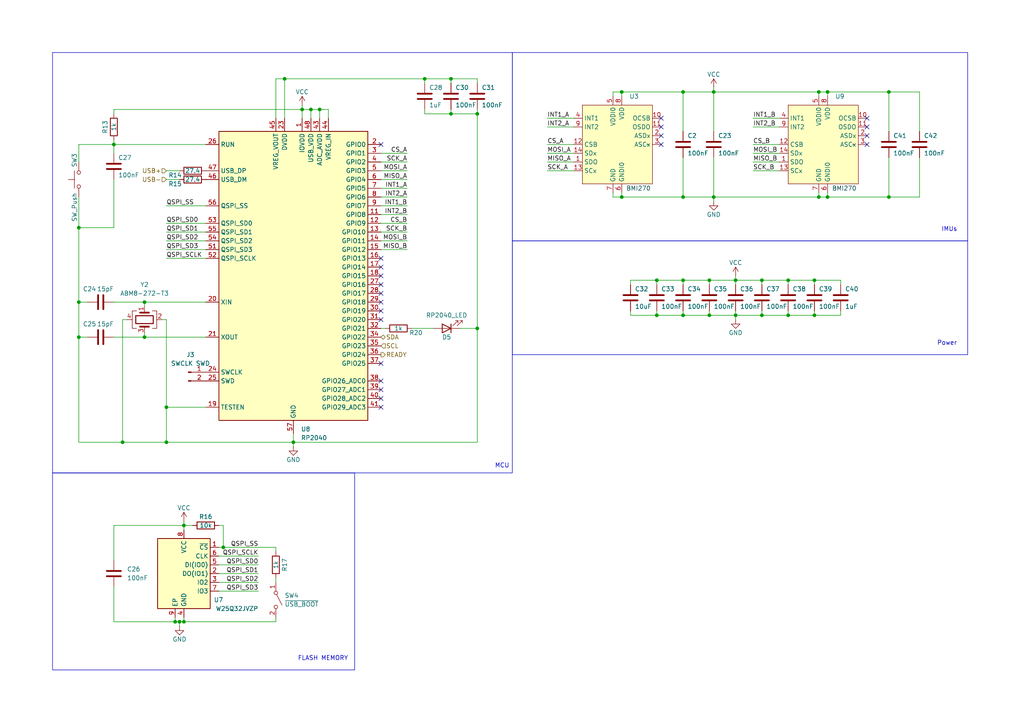
<source format=kicad_sch>
(kicad_sch (version 20230121) (generator eeschema)
  (paper "A4")
  (lib_symbols
    (symbol "BMI270:BMI270"
      (property "Reference" "U" (at 5.08 13.97 0))
      (symbol "BMI270_1_1"
        (rectangle (start -10.16 12.7) (end 10.16 -10.16) (fill (type background)))
        (text "BMI270" (at 2.54 -11.43 0) (effects (font (size 1.27 1.27)) (justify left)))
        (pin bidirectional line (at -12.7 -3.81 0) (length 2.54) (name "SDO") (number "1"))
        (pin input line (at 12.7 8.89 180) (length 2.54) (name "OCSB") (number "10"))
        (pin output line (at 12.7 6.35 180) (length 2.54) (name "OSDO") (number "11"))
        (pin output line (at -12.7 1.27 0) (length 2.54) (name "CSB") (number "12"))
        (pin input line (at -12.7 -6.35 0) (length 2.54) (name "SCx") (number "13"))
        (pin bidirectional line (at -12.7 -1.27 0) (length 2.54) (name "SDx") (number "14"))
        (pin bidirectional line (at 12.7 3.81 180) (length 2.54) (name "ASDx") (number "2"))
        (pin bidirectional line (at 12.7 1.27 180) (length 2.54) (name "ASCx") (number "3"))
        (pin bidirectional line (at -12.7 8.89 0) (length 2.54) (name "INT1") (number "4"))
        (pin power_in line (at -1.27 15.24 270) (length 2.54) (name "VDDI0") (number "5"))
        (pin power_in line (at 1.27 -12.7 90) (length 2.54) (name "GNDI0") (number "6"))
        (pin power_in line (at -1.27 -12.7 90) (length 2.54) (name "GND") (number "7"))
        (pin power_in line (at 1.27 15.24 270) (length 2.54) (name "VDD") (number "8"))
        (pin bidirectional line (at -12.7 6.35 0) (length 2.54) (name "INT2") (number "9"))
      )
    )
    (symbol "Connector:Conn_01x02_Pin" (pin_names (offset 1.016) hide)
      (property "Reference" "J" (at 0 2.54 0))
      (property "Value" "Conn_01x02_Pin" (at 0 -5.08 0))
      (symbol "Conn_01x02_Pin_1_1"
        (polyline (pts (xy 1.27 -2.54) (xy 0.8636 -2.54)) (stroke (width 0.1524)))
        (polyline (pts (xy 1.27 0) (xy 0.8636 0)) (stroke (width 0.1524)))
        (rectangle (start 0.8636 -2.413) (end 0 -2.667) (stroke (width 0.1524)) (fill (type outline)))
        (rectangle (start 0.8636 0.127) (end 0 -0.127) (stroke (width 0.1524)) (fill (type outline)))
        (pin passive line (at 5.08 0 180) (length 3.81) (name "Pin_1") (number "1"))
        (pin passive line (at 5.08 -2.54 180) (length 3.81) (name "Pin_2") (number "2"))
      )
    )
    (symbol "Device:C" (pin_numbers hide) (pin_names (offset 0.254))
      (property "Reference" "C" (at 0.635 2.54 0))
      (property "Value" "C" (at 0.635 -2.54 0))
      (symbol "C_0_1"
        (polyline (pts (xy -2.032 -0.762) (xy 2.032 -0.762)) (stroke (width 0.508)))
        (polyline (pts (xy -2.032 0.762) (xy 2.032 0.762)) (stroke (width 0.508)))
      )
      (symbol "C_1_1"
        (pin passive line (at 0 3.81 270) (length 2.794) (name "~") (number "1"))
        (pin passive line (at 0 -3.81 90) (length 2.794) (name "~") (number "2"))
      )
    )
    (symbol "Device:Crystal_GND24" (pin_names (offset 1.016) hide)
      (property "Reference" "Y" (at 3.175 5.08 0))
      (property "Value" "Crystal_GND24" (at 3.175 3.175 0))
      (symbol "Crystal_GND24_0_1"
        (rectangle (start -1.143 2.54) (end 1.143 -2.54) (stroke (width 0.3048)))
        (polyline (pts (xy -2.54 0) (xy -2.032 0)))
        (polyline (pts (xy -2.032 -1.27) (xy -2.032 1.27)) (stroke (width 0.508)))
        (polyline (pts (xy 0 -3.81) (xy 0 -3.556)))
        (polyline (pts (xy 0 3.556) (xy 0 3.81)))
        (polyline (pts (xy 2.032 -1.27) (xy 2.032 1.27)) (stroke (width 0.508)))
        (polyline (pts (xy 2.032 0) (xy 2.54 0)))
        (polyline (pts (xy -2.54 -2.286) (xy -2.54 -3.556) (xy 2.54 -3.556) (xy 2.54 -2.286)))
        (polyline (pts (xy -2.54 2.286) (xy -2.54 3.556) (xy 2.54 3.556) (xy 2.54 2.286)))
      )
      (symbol "Crystal_GND24_1_1"
        (pin passive line (at -3.81 0 0) (length 1.27) (name "1") (number "1"))
        (pin passive line (at 0 5.08 270) (length 1.27) (name "2") (number "2"))
        (pin passive line (at 3.81 0 180) (length 1.27) (name "3") (number "3"))
        (pin passive line (at 0 -5.08 90) (length 1.27) (name "4") (number "4"))
      )
    )
    (symbol "Device:LED" (pin_numbers hide) (pin_names (offset 1.016) hide)
      (property "Reference" "D" (at 0 2.54 0))
      (property "Value" "LED" (at 0 -2.54 0))
      (symbol "LED_0_1"
        (polyline (pts (xy -1.27 -1.27) (xy -1.27 1.27)) (stroke (width 0.254)))
        (polyline (pts (xy -1.27 0) (xy 1.27 0)))
        (polyline (pts (xy 1.27 -1.27) (xy 1.27 1.27) (xy -1.27 0) (xy 1.27 -1.27)) (stroke (width 0.254)))
        (polyline (pts (xy -3.048 -0.762) (xy -4.572 -2.286) (xy -3.81 -2.286) (xy -4.572 -2.286) (xy -4.572 -1.524)))
        (polyline (pts (xy -1.778 -0.762) (xy -3.302 -2.286) (xy -2.54 -2.286) (xy -3.302 -2.286) (xy -3.302 -1.524)))
      )
      (symbol "LED_1_1"
        (pin passive line (at -3.81 0 0) (length 2.54) (name "K") (number "1"))
        (pin passive line (at 3.81 0 180) (length 2.54) (name "A") (number "2"))
      )
    )
    (symbol "Device:R" (pin_numbers hide) (pin_names (offset 0))
      (property "Reference" "R" (at 2.032 0 90))
      (property "Value" "R" (at 0 0 90))
      (symbol "R_0_1"
        (rectangle (start -1.016 -2.54) (end 1.016 2.54) (stroke (width 0.254)))
      )
      (symbol "R_1_1"
        (pin passive line (at 0 3.81 270) (length 1.27) (name "~") (number "1"))
        (pin passive line (at 0 -3.81 90) (length 1.27) (name "~") (number "2"))
      )
    )
    (symbol "MCU_RaspberryPi:RP2040"
      (property "Reference" "U" (at 17.78 45.72 0))
      (property "Value" "RP2040" (at 17.78 43.18 0))
      (symbol "RP2040_0_1"
        (rectangle (start -21.59 41.91) (end 21.59 -41.91) (stroke (width 0.254)) (fill (type background)))
      )
      (symbol "RP2040_1_1"
        (pin power_in line (at 2.54 45.72 270) (length 3.81) (name "IOVDD") (number "1"))
        (pin passive line (at 2.54 45.72 270) (length 3.81) hide (name "IOVDD") (number "10"))
        (pin bidirectional line (at 25.4 17.78 180) (length 3.81) (name "GPIO8") (number "11"))
        (pin bidirectional line (at 25.4 15.24 180) (length 3.81) (name "GPIO9") (number "12"))
        (pin bidirectional line (at 25.4 12.7 180) (length 3.81) (name "GPIO10") (number "13"))
        (pin bidirectional line (at 25.4 10.16 180) (length 3.81) (name "GPIO11") (number "14"))
        (pin bidirectional line (at 25.4 7.62 180) (length 3.81) (name "GPIO12") (number "15"))
        (pin bidirectional line (at 25.4 5.08 180) (length 3.81) (name "GPIO13") (number "16"))
        (pin bidirectional line (at 25.4 2.54 180) (length 3.81) (name "GPIO14") (number "17"))
        (pin bidirectional line (at 25.4 0 180) (length 3.81) (name "GPIO15") (number "18"))
        (pin input line (at -25.4 -38.1 0) (length 3.81) (name "TESTEN") (number "19"))
        (pin bidirectional line (at 25.4 38.1 180) (length 3.81) (name "GPIO0") (number "2"))
        (pin input line (at -25.4 -7.62 0) (length 3.81) (name "XIN") (number "20"))
        (pin passive line (at -25.4 -17.78 0) (length 3.81) (name "XOUT") (number "21"))
        (pin passive line (at 2.54 45.72 270) (length 3.81) hide (name "IOVDD") (number "22"))
        (pin power_in line (at -2.54 45.72 270) (length 3.81) (name "DVDD") (number "23"))
        (pin input line (at -25.4 -27.94 0) (length 3.81) (name "SWCLK") (number "24"))
        (pin bidirectional line (at -25.4 -30.48 0) (length 3.81) (name "SWD") (number "25"))
        (pin input line (at -25.4 38.1 0) (length 3.81) (name "RUN") (number "26"))
        (pin bidirectional line (at 25.4 -2.54 180) (length 3.81) (name "GPIO16") (number "27"))
        (pin bidirectional line (at 25.4 -5.08 180) (length 3.81) (name "GPIO17") (number "28"))
        (pin bidirectional line (at 25.4 -7.62 180) (length 3.81) (name "GPIO18") (number "29"))
        (pin bidirectional line (at 25.4 35.56 180) (length 3.81) (name "GPIO1") (number "3"))
        (pin bidirectional line (at 25.4 -10.16 180) (length 3.81) (name "GPIO19") (number "30"))
        (pin bidirectional line (at 25.4 -12.7 180) (length 3.81) (name "GPIO20") (number "31"))
        (pin bidirectional line (at 25.4 -15.24 180) (length 3.81) (name "GPIO21") (number "32"))
        (pin passive line (at 2.54 45.72 270) (length 3.81) hide (name "IOVDD") (number "33"))
        (pin bidirectional line (at 25.4 -17.78 180) (length 3.81) (name "GPIO22") (number "34"))
        (pin bidirectional line (at 25.4 -20.32 180) (length 3.81) (name "GPIO23") (number "35"))
        (pin bidirectional line (at 25.4 -22.86 180) (length 3.81) (name "GPIO24") (number "36"))
        (pin bidirectional line (at 25.4 -25.4 180) (length 3.81) (name "GPIO25") (number "37"))
        (pin bidirectional line (at 25.4 -30.48 180) (length 3.81) (name "GPIO26_ADC0") (number "38"))
        (pin bidirectional line (at 25.4 -33.02 180) (length 3.81) (name "GPIO27_ADC1") (number "39"))
        (pin bidirectional line (at 25.4 33.02 180) (length 3.81) (name "GPIO2") (number "4"))
        (pin bidirectional line (at 25.4 -35.56 180) (length 3.81) (name "GPIO28_ADC2") (number "40"))
        (pin bidirectional line (at 25.4 -38.1 180) (length 3.81) (name "GPIO29_ADC3") (number "41"))
        (pin passive line (at 2.54 45.72 270) (length 3.81) hide (name "IOVDD") (number "42"))
        (pin power_in line (at 7.62 45.72 270) (length 3.81) (name "ADC_AVDD") (number "43"))
        (pin power_in line (at 10.16 45.72 270) (length 3.81) (name "VREG_IN") (number "44"))
        (pin power_out line (at -5.08 45.72 270) (length 3.81) (name "VREG_VOUT") (number "45"))
        (pin bidirectional line (at -25.4 27.94 0) (length 3.81) (name "USB_DM") (number "46"))
        (pin bidirectional line (at -25.4 30.48 0) (length 3.81) (name "USB_DP") (number "47"))
        (pin power_in line (at 5.08 45.72 270) (length 3.81) (name "USB_VDD") (number "48"))
        (pin passive line (at 2.54 45.72 270) (length 3.81) hide (name "IOVDD") (number "49"))
        (pin bidirectional line (at 25.4 30.48 180) (length 3.81) (name "GPIO3") (number "5"))
        (pin passive line (at -2.54 45.72 270) (length 3.81) hide (name "DVDD") (number "50"))
        (pin bidirectional line (at -25.4 7.62 0) (length 3.81) (name "QSPI_SD3") (number "51"))
        (pin output line (at -25.4 5.08 0) (length 3.81) (name "QSPI_SCLK") (number "52"))
        (pin bidirectional line (at -25.4 15.24 0) (length 3.81) (name "QSPI_SD0") (number "53"))
        (pin bidirectional line (at -25.4 10.16 0) (length 3.81) (name "QSPI_SD2") (number "54"))
        (pin bidirectional line (at -25.4 12.7 0) (length 3.81) (name "QSPI_SD1") (number "55"))
        (pin bidirectional line (at -25.4 20.32 0) (length 3.81) (name "QSPI_SS") (number "56"))
        (pin power_in line (at 0 -45.72 90) (length 3.81) (name "GND") (number "57"))
        (pin bidirectional line (at 25.4 27.94 180) (length 3.81) (name "GPIO4") (number "6"))
        (pin bidirectional line (at 25.4 25.4 180) (length 3.81) (name "GPIO5") (number "7"))
        (pin bidirectional line (at 25.4 22.86 180) (length 3.81) (name "GPIO6") (number "8"))
        (pin bidirectional line (at 25.4 20.32 180) (length 3.81) (name "GPIO7") (number "9"))
      )
    )
    (symbol "Memory_Flash:W25Q32JVZP"
      (property "Reference" "U" (at -6.35 11.43 0))
      (property "Value" "W25Q32JVZP" (at 7.62 11.43 0))
      (symbol "W25Q32JVZP_0_1"
        (rectangle (start -7.62 10.16) (end 7.62 -10.16) (stroke (width 0.254)) (fill (type background)))
      )
      (symbol "W25Q32JVZP_1_1"
        (pin input line (at -10.16 7.62 0) (length 2.54) (name "~{CS}") (number "1"))
        (pin bidirectional line (at -10.16 0 0) (length 2.54) (name "DO(IO1)") (number "2"))
        (pin bidirectional line (at -10.16 -2.54 0) (length 2.54) (name "IO2") (number "3"))
        (pin power_in line (at 0 -12.7 90) (length 2.54) (name "GND") (number "4"))
        (pin bidirectional line (at -10.16 2.54 0) (length 2.54) (name "DI(IO0)") (number "5"))
        (pin input line (at -10.16 5.08 0) (length 2.54) (name "CLK") (number "6"))
        (pin bidirectional line (at -10.16 -5.08 0) (length 2.54) (name "IO3") (number "7"))
        (pin power_in line (at 0 12.7 270) (length 2.54) (name "VCC") (number "8"))
        (pin passive line (at 2.54 -12.7 90) (length 2.54) (name "EP") (number "9"))
      )
    )
    (symbol "Switch:SW_Push" (pin_numbers hide) (pin_names (offset 1.016) hide)
      (property "Reference" "SW" (at 1.27 2.54 0))
      (property "Value" "SW_Push" (at 0 -1.524 0))
      (symbol "SW_Push_0_1"
        (circle (center -2.032 0) (radius 0.508))
        (polyline (pts (xy 0 1.27) (xy 0 3.048)))
        (polyline (pts (xy 2.54 1.27) (xy -2.54 1.27)))
        (circle (center 2.032 0) (radius 0.508))
        (pin passive line (at -5.08 0 0) (length 2.54) (name "1") (number "1"))
        (pin passive line (at 5.08 0 180) (length 2.54) (name "2") (number "2"))
      )
    )
    (symbol "Switch:SW_SPST" (pin_names (offset 0) hide)
      (property "Reference" "SW" (at 0 3.175 0))
      (property "Value" "SW_SPST" (at 0 -2.54 0))
      (symbol "SW_SPST_0_0"
        (circle (center -2.032 0) (radius 0.508))
        (polyline (pts (xy -1.524 0.254) (xy 1.524 1.778)))
        (circle (center 2.032 0) (radius 0.508))
      )
      (symbol "SW_SPST_1_1"
        (pin passive line (at -5.08 0 0) (length 2.54) (name "A") (number "1"))
        (pin passive line (at 5.08 0 180) (length 2.54) (name "B") (number "2"))
      )
    )
    (symbol "power:GND" (power) (pin_names (offset 0))
      (property "Value" "GND" (at 0 -3.81 0))
      (symbol "GND_0_1"
        (polyline (pts (xy 0 0) (xy 0 -1.27) (xy 1.27 -1.27) (xy 0 -2.54) (xy -1.27 -1.27) (xy 0 -1.27)))
      )
      (symbol "GND_1_1"
        (pin power_in line (at 0 0 270) (length 0) hide (name "GND") (number "1"))
      )
    )
    (symbol "power:VCC" (power) (pin_names (offset 0))
      (property "Value" "VCC" (at 0 3.81 0))
      (symbol "VCC_0_1"
        (polyline (pts (xy -0.762 1.27) (xy 0 2.54)))
        (polyline (pts (xy 0 0) (xy 0 2.54)))
        (polyline (pts (xy 0 2.54) (xy 0.762 1.27)))
      )
      (symbol "VCC_1_1"
        (pin power_in line (at 0 0 90) (length 0) hide (name "VCC") (number "1"))
      )
    )
  )
  (junction (at 41.91 97.79))
  (junction (at 64.77 158.75))
  (junction (at 198.12 81.28))
  (junction (at 240.03 26.67))
  (junction (at 123.19 22.86))
  (junction (at 41.91 87.63))
  (junction (at 198.12 26.67))
  (junction (at 213.36 91.44))
  (junction (at 92.71 31.75))
  (junction (at 236.22 81.28))
  (junction (at 35.56 128.27))
  (junction (at 48.26 118.11))
  (junction (at 257.81 26.67))
  (junction (at 240.03 57.15))
  (junction (at 52.07 180.34))
  (junction (at 236.22 91.44))
  (junction (at 228.6 81.28))
  (junction (at 48.26 128.27))
  (junction (at 138.43 95.25))
  (junction (at 33.02 41.91))
  (junction (at 198.12 57.15))
  (junction (at 220.98 81.28))
  (junction (at 138.43 33.02))
  (junction (at 130.81 22.86))
  (junction (at 180.34 26.67))
  (junction (at 237.49 57.15))
  (junction (at 213.36 81.28))
  (junction (at 180.34 57.15))
  (junction (at 257.81 57.15))
  (junction (at 207.01 26.67))
  (junction (at 22.86 66.04))
  (junction (at 50.8 180.34))
  (junction (at 85.09 128.27))
  (junction (at 82.55 22.86))
  (junction (at 190.5 91.44))
  (junction (at 130.81 33.02))
  (junction (at 205.74 91.44))
  (junction (at 205.74 81.28))
  (junction (at 228.6 91.44))
  (junction (at 190.5 81.28))
  (junction (at 198.12 91.44))
  (junction (at 207.01 57.15))
  (junction (at 87.63 31.75))
  (junction (at 53.34 152.4))
  (junction (at 237.49 26.67))
  (junction (at 22.86 87.63))
  (junction (at 53.34 180.34))
  (junction (at 90.17 31.75))
  (junction (at 22.86 97.79))
  (junction (at 220.98 91.44))
  (no_connect (at 191.77 34.29))
  (no_connect (at 110.49 110.49))
  (no_connect (at 110.49 115.57))
  (no_connect (at 110.49 105.41))
  (no_connect (at 110.49 41.91))
  (no_connect (at 110.49 87.63))
  (no_connect (at 110.49 92.71))
  (no_connect (at 251.46 34.29))
  (no_connect (at 110.49 82.55))
  (no_connect (at 191.77 36.83))
  (no_connect (at 110.49 118.11))
  (no_connect (at 110.49 80.01))
  (no_connect (at 251.46 39.37))
  (no_connect (at 191.77 39.37))
  (no_connect (at 191.77 41.91))
  (no_connect (at 110.49 85.09))
  (no_connect (at 110.49 74.93))
  (no_connect (at 110.49 77.47))
  (no_connect (at 251.46 36.83))
  (no_connect (at 251.46 41.91))
  (no_connect (at 110.49 113.03))
  (no_connect (at 110.49 90.17))
  (wire (pts (xy 220.98 91.44) (xy 228.6 91.44)))
  (wire (pts (xy 130.81 22.86) (xy 130.81 24.13)))
  (wire (pts (xy 48.26 72.39) (xy 59.69 72.39)))
  (wire (pts (xy 63.5 161.29) (xy 74.93 161.29)))
  (wire (pts (xy 207.01 26.67) (xy 237.49 26.67)))
  (wire (pts (xy 198.12 91.44) (xy 198.12 90.17)))
  (wire (pts (xy 207.01 25.4) (xy 207.01 26.67)))
  (wire (pts (xy 198.12 26.67) (xy 198.12 38.1)))
  (wire (pts (xy 180.34 26.67) (xy 180.34 27.94)))
  (wire (pts (xy 237.49 26.67) (xy 237.49 27.94)))
  (wire (pts (xy 218.44 49.53) (xy 226.06 49.53)))
  (wire (pts (xy 237.49 55.88) (xy 237.49 57.15)))
  (wire (pts (xy 110.49 52.07) (xy 118.11 52.07)))
  (wire (pts (xy 257.81 57.15) (xy 266.7 57.15)))
  (wire (pts (xy 110.49 44.45) (xy 118.11 44.45)))
  (wire (pts (xy 52.07 180.34) (xy 52.07 181.61)))
  (wire (pts (xy 33.02 41.91) (xy 59.69 41.91)))
  (wire (pts (xy 198.12 57.15) (xy 198.12 45.72)))
  (wire (pts (xy 218.44 44.45) (xy 226.06 44.45)))
  (wire (pts (xy 243.84 82.55) (xy 243.84 81.28)))
  (wire (pts (xy 177.8 55.88) (xy 177.8 57.15)))
  (wire (pts (xy 33.02 41.91) (xy 22.86 41.91)))
  (wire (pts (xy 198.12 57.15) (xy 207.01 57.15)))
  (wire (pts (xy 35.56 128.27) (xy 48.26 128.27)))
  (wire (pts (xy 87.63 31.75) (xy 87.63 34.29)))
  (wire (pts (xy 207.01 26.67) (xy 198.12 26.67)))
  (wire (pts (xy 158.75 44.45) (xy 166.37 44.45)))
  (wire (pts (xy 85.09 125.73) (xy 85.09 128.27)))
  (wire (pts (xy 118.11 59.69) (xy 110.49 59.69)))
  (wire (pts (xy 90.17 31.75) (xy 90.17 34.29)))
  (wire (pts (xy 198.12 81.28) (xy 205.74 81.28)))
  (wire (pts (xy 48.26 52.07) (xy 52.07 52.07)))
  (wire (pts (xy 213.36 91.44) (xy 213.36 90.17)))
  (wire (pts (xy 48.26 128.27) (xy 85.09 128.27)))
  (wire (pts (xy 82.55 22.86) (xy 123.19 22.86)))
  (wire (pts (xy 63.5 158.75) (xy 64.77 158.75)))
  (wire (pts (xy 22.86 66.04) (xy 33.02 66.04)))
  (wire (pts (xy 48.26 92.71) (xy 48.26 118.11)))
  (wire (pts (xy 63.5 168.91) (xy 74.93 168.91)))
  (wire (pts (xy 48.26 92.71) (xy 46.99 92.71)))
  (wire (pts (xy 240.03 26.67) (xy 257.81 26.67)))
  (wire (pts (xy 205.74 91.44) (xy 205.74 90.17)))
  (wire (pts (xy 198.12 81.28) (xy 198.12 82.55)))
  (wire (pts (xy 123.19 31.75) (xy 123.19 33.02)))
  (wire (pts (xy 53.34 180.34) (xy 53.34 179.07)))
  (wire (pts (xy 133.35 95.25) (xy 138.43 95.25)))
  (wire (pts (xy 218.44 34.29) (xy 226.06 34.29)))
  (wire (pts (xy 205.74 81.28) (xy 205.74 82.55)))
  (wire (pts (xy 87.63 30.48) (xy 87.63 31.75)))
  (wire (pts (xy 33.02 41.91) (xy 33.02 40.64)))
  (wire (pts (xy 52.07 180.34) (xy 53.34 180.34)))
  (wire (pts (xy 85.09 128.27) (xy 85.09 129.54)))
  (wire (pts (xy 180.34 57.15) (xy 180.34 55.88)))
  (wire (pts (xy 138.43 95.25) (xy 138.43 128.27)))
  (wire (pts (xy 207.01 57.15) (xy 237.49 57.15)))
  (wire (pts (xy 130.81 22.86) (xy 138.43 22.86)))
  (wire (pts (xy 22.86 128.27) (xy 35.56 128.27)))
  (wire (pts (xy 25.4 87.63) (xy 22.86 87.63)))
  (wire (pts (xy 218.44 46.99) (xy 226.06 46.99)))
  (wire (pts (xy 266.7 38.1) (xy 266.7 26.67)))
  (wire (pts (xy 190.5 81.28) (xy 198.12 81.28)))
  (wire (pts (xy 182.88 91.44) (xy 182.88 90.17)))
  (wire (pts (xy 237.49 57.15) (xy 240.03 57.15)))
  (wire (pts (xy 130.81 33.02) (xy 130.81 31.75)))
  (wire (pts (xy 80.01 167.64) (xy 80.01 168.91)))
  (wire (pts (xy 207.01 38.1) (xy 207.01 26.67)))
  (wire (pts (xy 119.38 95.25) (xy 125.73 95.25)))
  (wire (pts (xy 110.49 64.77) (xy 118.11 64.77)))
  (wire (pts (xy 48.26 118.11) (xy 48.26 128.27)))
  (wire (pts (xy 138.43 33.02) (xy 138.43 31.75)))
  (wire (pts (xy 63.5 152.4) (xy 64.77 152.4)))
  (wire (pts (xy 110.49 49.53) (xy 118.11 49.53)))
  (wire (pts (xy 123.19 22.86) (xy 123.19 24.13)))
  (wire (pts (xy 228.6 81.28) (xy 236.22 81.28)))
  (wire (pts (xy 48.26 49.53) (xy 52.07 49.53)))
  (wire (pts (xy 240.03 26.67) (xy 240.03 27.94)))
  (wire (pts (xy 118.11 62.23) (xy 110.49 62.23)))
  (wire (pts (xy 22.86 87.63) (xy 22.86 97.79)))
  (wire (pts (xy 213.36 91.44) (xy 220.98 91.44)))
  (wire (pts (xy 228.6 91.44) (xy 228.6 90.17)))
  (wire (pts (xy 110.49 54.61) (xy 118.11 54.61)))
  (wire (pts (xy 123.19 33.02) (xy 130.81 33.02)))
  (wire (pts (xy 33.02 162.56) (xy 33.02 152.4)))
  (wire (pts (xy 33.02 180.34) (xy 33.02 170.18)))
  (wire (pts (xy 180.34 57.15) (xy 198.12 57.15)))
  (wire (pts (xy 48.26 67.31) (xy 59.69 67.31)))
  (wire (pts (xy 22.86 57.15) (xy 22.86 66.04)))
  (wire (pts (xy 33.02 152.4) (xy 53.34 152.4)))
  (wire (pts (xy 213.36 80.01) (xy 213.36 81.28)))
  (wire (pts (xy 33.02 41.91) (xy 33.02 44.45)))
  (wire (pts (xy 87.63 31.75) (xy 90.17 31.75)))
  (wire (pts (xy 257.81 26.67) (xy 257.81 38.1)))
  (wire (pts (xy 53.34 151.13) (xy 53.34 152.4)))
  (wire (pts (xy 64.77 152.4) (xy 64.77 158.75)))
  (wire (pts (xy 190.5 90.17) (xy 190.5 91.44)))
  (wire (pts (xy 110.49 72.39) (xy 118.11 72.39)))
  (wire (pts (xy 138.43 33.02) (xy 138.43 95.25)))
  (wire (pts (xy 63.5 166.37) (xy 74.93 166.37)))
  (wire (pts (xy 41.91 87.63) (xy 59.69 87.63)))
  (wire (pts (xy 158.75 34.29) (xy 166.37 34.29)))
  (wire (pts (xy 80.01 179.07) (xy 80.01 180.34)))
  (wire (pts (xy 53.34 152.4) (xy 53.34 153.67)))
  (wire (pts (xy 207.01 57.15) (xy 207.01 58.42)))
  (wire (pts (xy 177.8 26.67) (xy 180.34 26.67)))
  (wire (pts (xy 190.5 81.28) (xy 182.88 81.28)))
  (wire (pts (xy 53.34 180.34) (xy 80.01 180.34)))
  (wire (pts (xy 110.49 69.85) (xy 118.11 69.85)))
  (wire (pts (xy 92.71 31.75) (xy 95.25 31.75)))
  (wire (pts (xy 50.8 180.34) (xy 52.07 180.34)))
  (wire (pts (xy 64.77 158.75) (xy 80.01 158.75)))
  (wire (pts (xy 138.43 22.86) (xy 138.43 24.13)))
  (wire (pts (xy 63.5 171.45) (xy 74.93 171.45)))
  (wire (pts (xy 240.03 55.88) (xy 240.03 57.15)))
  (wire (pts (xy 33.02 87.63) (xy 41.91 87.63)))
  (wire (pts (xy 48.26 64.77) (xy 59.69 64.77)))
  (wire (pts (xy 213.36 91.44) (xy 213.36 92.71)))
  (wire (pts (xy 266.7 57.15) (xy 266.7 45.72)))
  (wire (pts (xy 220.98 81.28) (xy 228.6 81.28)))
  (wire (pts (xy 177.8 26.67) (xy 177.8 27.94)))
  (wire (pts (xy 240.03 57.15) (xy 257.81 57.15)))
  (wire (pts (xy 110.49 46.99) (xy 118.11 46.99)))
  (wire (pts (xy 48.26 59.69) (xy 59.69 59.69)))
  (wire (pts (xy 228.6 81.28) (xy 228.6 82.55)))
  (wire (pts (xy 53.34 152.4) (xy 55.88 152.4)))
  (wire (pts (xy 22.86 41.91) (xy 22.86 46.99)))
  (wire (pts (xy 266.7 26.67) (xy 257.81 26.67)))
  (wire (pts (xy 35.56 92.71) (xy 35.56 128.27)))
  (wire (pts (xy 82.55 22.86) (xy 82.55 34.29)))
  (wire (pts (xy 80.01 158.75) (xy 80.01 160.02)))
  (wire (pts (xy 48.26 118.11) (xy 59.69 118.11)))
  (wire (pts (xy 33.02 33.02) (xy 33.02 31.75)))
  (wire (pts (xy 177.8 57.15) (xy 180.34 57.15)))
  (wire (pts (xy 41.91 88.9) (xy 41.91 87.63)))
  (wire (pts (xy 22.86 97.79) (xy 25.4 97.79)))
  (wire (pts (xy 182.88 81.28) (xy 182.88 82.55)))
  (wire (pts (xy 198.12 91.44) (xy 205.74 91.44)))
  (wire (pts (xy 190.5 91.44) (xy 182.88 91.44)))
  (wire (pts (xy 190.5 91.44) (xy 198.12 91.44)))
  (wire (pts (xy 41.91 97.79) (xy 41.91 96.52)))
  (wire (pts (xy 236.22 91.44) (xy 243.84 91.44)))
  (wire (pts (xy 22.86 66.04) (xy 22.86 87.63)))
  (wire (pts (xy 158.75 36.83) (xy 166.37 36.83)))
  (wire (pts (xy 218.44 36.83) (xy 226.06 36.83)))
  (wire (pts (xy 110.49 57.15) (xy 118.11 57.15)))
  (wire (pts (xy 41.91 97.79) (xy 59.69 97.79)))
  (wire (pts (xy 180.34 26.67) (xy 198.12 26.67)))
  (wire (pts (xy 50.8 180.34) (xy 33.02 180.34)))
  (wire (pts (xy 213.36 81.28) (xy 213.36 82.55)))
  (wire (pts (xy 218.44 41.91) (xy 226.06 41.91)))
  (wire (pts (xy 48.26 69.85) (xy 59.69 69.85)))
  (wire (pts (xy 205.74 91.44) (xy 213.36 91.44)))
  (wire (pts (xy 85.09 128.27) (xy 138.43 128.27)))
  (wire (pts (xy 243.84 91.44) (xy 243.84 90.17)))
  (wire (pts (xy 205.74 81.28) (xy 213.36 81.28)))
  (wire (pts (xy 48.26 74.93) (xy 59.69 74.93)))
  (wire (pts (xy 158.75 46.99) (xy 166.37 46.99)))
  (wire (pts (xy 237.49 26.67) (xy 240.03 26.67)))
  (wire (pts (xy 130.81 33.02) (xy 138.43 33.02)))
  (wire (pts (xy 33.02 66.04) (xy 33.02 52.07)))
  (wire (pts (xy 220.98 81.28) (xy 220.98 82.55)))
  (wire (pts (xy 236.22 81.28) (xy 243.84 81.28)))
  (wire (pts (xy 33.02 97.79) (xy 41.91 97.79)))
  (wire (pts (xy 220.98 91.44) (xy 220.98 90.17)))
  (wire (pts (xy 82.55 22.86) (xy 80.01 22.86)))
  (wire (pts (xy 213.36 81.28) (xy 220.98 81.28)))
  (wire (pts (xy 22.86 97.79) (xy 22.86 128.27)))
  (wire (pts (xy 50.8 179.07) (xy 50.8 180.34)))
  (wire (pts (xy 123.19 22.86) (xy 130.81 22.86)))
  (wire (pts (xy 110.49 67.31) (xy 118.11 67.31)))
  (wire (pts (xy 36.83 92.71) (xy 35.56 92.71)))
  (wire (pts (xy 111.76 95.25) (xy 110.49 95.25)))
  (wire (pts (xy 236.22 91.44) (xy 236.22 90.17)))
  (wire (pts (xy 158.75 49.53) (xy 166.37 49.53)))
  (wire (pts (xy 90.17 31.75) (xy 92.71 31.75)))
  (wire (pts (xy 236.22 81.28) (xy 236.22 82.55)))
  (wire (pts (xy 207.01 57.15) (xy 207.01 45.72)))
  (wire (pts (xy 95.25 31.75) (xy 95.25 34.29)))
  (wire (pts (xy 63.5 163.83) (xy 74.93 163.83)))
  (wire (pts (xy 158.75 41.91) (xy 166.37 41.91)))
  (wire (pts (xy 257.81 57.15) (xy 257.81 45.72)))
  (wire (pts (xy 92.71 31.75) (xy 92.71 34.29)))
  (wire (pts (xy 190.5 81.28) (xy 190.5 82.55)))
  (wire (pts (xy 80.01 22.86) (xy 80.01 34.29)))
  (wire (pts (xy 33.02 31.75) (xy 87.63 31.75)))
  (wire (pts (xy 228.6 91.44) (xy 236.22 91.44)))
  (rectangle (start 15.24 137.16) (end 102.87 194.31))
  (rectangle (start 148.59 69.85) (end 280.67 102.87))
  (rectangle (start 148.59 15.24) (end 280.67 69.85))
  (rectangle (start 15.24 15.24) (end 148.59 137.16))
  (text "Power\n" (at 271.78 100.33 0) (effects (font (size 1.27 1.27)) (justify left bottom)))
  (text "IMUs\n" (at 273.05 67.31 0) (effects (font (size 1.27 1.27)) (justify left bottom)))
  (text "MCU\n" (at 143.51 135.89 0) (effects (font (size 1.27 1.27)) (justify left bottom)))
  (text "FLASH MEMORY\n" (at 86.36 191.77 0) (effects (font (size 1.27 1.27)) (justify left bottom)))
  (label "SCK_B" (at 218.44 49.53 0))
  (label "CS_A" (at 158.75 41.91 0))
  (label "QSPI_SCLK" (at 74.93 161.29 180))
  (label "QSPI_SS" (at 48.26 59.69 0))
  (label "QSPI_SD2" (at 74.93 168.91 180))
  (label "QSPI_SCLK" (at 48.26 74.93 0))
  (label "MISO_B" (at 118.11 72.39 180))
  (label "CS_B" (at 118.11 64.77 180))
  (label "INT2_B" (at 218.44 36.83 0))
  (label "SCK_B" (at 118.11 67.31 180))
  (label "MOSI_B" (at 218.44 44.45 0))
  (label "SCK_A" (at 118.11 46.99 180))
  (label "QSPI_SD2" (at 48.26 69.85 0))
  (label "QSPI_SD0" (at 48.26 64.77 0))
  (label "MISO_B" (at 218.44 46.99 0))
  (label "MISO_A" (at 158.75 46.99 0))
  (label "QSPI_SD0" (at 74.93 163.83 180))
  (label "INT2_A" (at 158.75 36.83 0))
  (label "INT2_A" (at 118.11 57.15 180))
  (label "QSPI_SD1" (at 48.26 67.31 0))
  (label "MOSI_A" (at 118.11 49.53 180))
  (label "QSPI_SD3" (at 48.26 72.39 0))
  (label "MOSI_B" (at 118.11 69.85 180))
  (label "MOSI_A" (at 158.75 44.45 0))
  (label "QSPI_SD3" (at 74.93 171.45 180))
  (label "CS_A" (at 118.11 44.45 180))
  (label "QSPI_SD1" (at 74.93 166.37 180))
  (label "SCK_A" (at 158.75 49.53 0))
  (label "INT2_B" (at 118.11 62.23 180))
  (label "INT1_B" (at 218.44 34.29 0))
  (label "INT1_A" (at 158.75 34.29 0))
  (label "QSPI_SS" (at 74.93 158.75 180))
  (label "MISO_A" (at 118.11 52.07 180))
  (label "CS_B" (at 218.44 41.91 0))
  (label "INT1_A" (at 118.11 54.61 180))
  (label "INT1_B" (at 118.11 59.69 180))
  (hierarchical_label "USB+" (shape input) (at 48.26 49.53 180))
  (hierarchical_label "SDA" (shape bidirectional) (at 110.49 97.79 0))
  (hierarchical_label "SCL" (shape input) (at 110.49 100.33 0))
  (hierarchical_label "READY" (shape output) (at 110.49 102.87 0))
  (hierarchical_label "USB-" (shape input) (at 48.26 52.07 180))
  (symbol (lib_id "Memory_Flash:W25Q32JVZP") (at 53.34 166.37 0) (mirror y) (unit 1)
    (property "Reference" "U7" (at 64.77 173.99 0) (effects (justify left)))
    (property "Value" "W25Q32JVZP" (at 74.93 176.53 0) (effects (justify left)))
    (property "Footprint" "Package_SON:WSON-8-1EP_6x5mm_P1.27mm_EP3.4x4.3mm" (effects hide))
    (property "Datasheet" "http://www.winbond.com/resource-files/w25q32jv%20revg%2003272018%20plus.pdf" (effects hide))
  )
  (symbol (lib_id "Device:R") (at 59.69 152.4 90) (unit 1)
    (property "Reference" "R16" (at 59.69 149.86 90))
    (property "Value" "10k" (at 59.69 152.4 90))
  )
  (symbol (lib_id "Device:C") (at 130.81 27.94 0) (unit 1)
    (property "Reference" "C30" (at 132.08 25.4 0) (effects (justify left)))
    (property "Value" "100nF" (at 132.08 30.48 0) (effects (justify left)))
  )
  (symbol (lib_id "Device:R") (at 33.02 36.83 0) (unit 1)
    (property "Reference" "R13" (at 30.48 36.83 90))
    (property "Value" "1k" (at 33.02 36.83 90))
  )
  (symbol (lib_id "Device:C") (at 266.7 41.91 0) (unit 1)
    (property "Reference" "C42" (at 267.97 39.37 0) (effects (justify left)))
    (property "Value" "100nF" (at 267.97 44.45 0) (effects (justify left)))
  )
  (symbol (lib_id "power:GND") (at 85.09 129.54 0) (unit 1)
    (property "Reference" "#PWR019" (effects hide))
    (property "Value" "GND" (at 85.09 133.35 0))
  )
  (symbol (lib_id "power:GND") (at 207.01 58.42 0) (unit 1)
    (property "Reference" "#PWR010" (effects hide))
    (property "Value" "GND" (at 207.01 62.23 0))
  )
  (symbol (lib_id "Device:C") (at 123.19 27.94 0) (unit 1)
    (property "Reference" "C28" (at 124.46 25.4 0) (effects (justify left)))
    (property "Value" "1uF" (at 124.46 30.48 0) (effects (justify left)))
  )
  (symbol (lib_id "Device:C") (at 228.6 86.36 0) (unit 1)
    (property "Reference" "C38" (at 229.87 83.82 0) (effects (justify left)))
    (property "Value" "100nF" (at 229.87 88.9 0) (effects (justify left)))
  )
  (symbol (lib_id "power:GND") (at 52.07 181.61 0) (unit 1)
    (property "Reference" "#PWR017" (effects hide))
    (property "Value" "GND" (at 52.07 185.42 0))
  )
  (symbol (lib_id "Device:C") (at 236.22 86.36 0) (unit 1)
    (property "Reference" "C39" (at 237.49 83.82 0) (effects (justify left)))
    (property "Value" "100nF" (at 237.49 88.9 0) (effects (justify left)))
  )
  (symbol (lib_id "Connector:Conn_01x02_Pin") (at 54.61 107.95 0) (unit 1)
    (property "Reference" "J3" (at 55.245 102.87 0))
    (property "Value" "SWCLK SWD" (at 55.245 105.41 0))
  )
  (symbol (lib_id "MCU_RaspberryPi:RP2040") (at 85.09 80.01 0) (unit 1)
    (property "Reference" "U8" (at 87.2841 124.46 0) (effects (justify left)))
    (property "Value" "RP2040" (at 87.2841 127 0) (effects (justify left)))
    (property "Footprint" "Package_DFN_QFN:QFN-56-1EP_7x7mm_P0.4mm_EP3.2x3.2mm" (effects hide))
    (property "Datasheet" "https://datasheets.raspberrypi.com/rp2040/rp2040-datasheet.pdf" (effects hide))
  )
  (symbol (lib_id "Device:LED") (at 129.54 95.25 180) (unit 1)
    (property "Reference" "D5" (at 129.54 97.79 0))
    (property "Value" "RP2040_LED" (at 129.54 91.44 0))
  )
  (symbol (lib_id "Device:C") (at 198.12 41.91 0) (unit 1)
    (property "Reference" "C2" (at 199.39 39.37 0) (effects (justify left)))
    (property "Value" "100nF" (at 199.39 44.45 0) (effects (justify left)))
  )
  (symbol (lib_id "Device:C") (at 29.21 87.63 90) (unit 1)
    (property "Reference" "C24" (at 27.94 83.82 90) (effects (justify left)))
    (property "Value" "15pF" (at 33.02 83.82 90) (effects (justify left)))
  )
  (symbol (lib_id "Device:C") (at 243.84 86.36 0) (unit 1)
    (property "Reference" "C40" (at 245.11 83.82 0) (effects (justify left)))
    (property "Value" "1uF" (at 245.11 88.9 0) (effects (justify left)))
  )
  (symbol (lib_id "Device:C") (at 207.01 41.91 0) (unit 1)
    (property "Reference" "C23" (at 208.28 39.37 0) (effects (justify left)))
    (property "Value" "100nF" (at 208.28 44.45 0) (effects (justify left)))
  )
  (symbol (lib_id "Device:R") (at 115.57 95.25 90) (unit 1)
    (property "Reference" "R20" (at 120.65 96.52 90))
    (property "Value" "1k" (at 115.57 95.25 90))
  )
  (symbol (lib_id "Device:C") (at 29.21 97.79 90) (unit 1)
    (property "Reference" "C25" (at 27.94 93.98 90) (effects (justify left)))
    (property "Value" "15pF" (at 33.02 93.98 90) (effects (justify left)))
  )
  (symbol (lib_id "Switch:SW_Push") (at 22.86 52.07 90) (unit 1)
    (property "Reference" "SW3" (at 21.59 44.45 0) (effects (justify right)))
    (property "Value" "SW_Push" (at 21.59 55.88 0) (effects (justify right)))
  )
  (symbol (lib_id "Device:R") (at 80.01 163.83 0) (unit 1)
    (property "Reference" "R17" (at 82.55 163.83 90))
    (property "Value" "1k" (at 80.01 163.83 90))
  )
  (symbol (lib_id "Device:C") (at 33.02 166.37 0) (unit 1)
    (property "Reference" "C26" (at 36.83 165.1 0) (effects (justify left)))
    (property "Value" "100nF" (at 36.83 167.64 0) (effects (justify left)))
  )
  (symbol (lib_id "Device:R") (at 55.88 52.07 90) (unit 1)
    (property "Reference" "R15" (at 50.8 53.34 90))
    (property "Value" "27.4" (at 55.88 52.07 90))
  )
  (symbol (lib_id "Device:C") (at 190.5 86.36 0) (unit 1)
    (property "Reference" "C33" (at 191.77 83.82 0) (effects (justify left)))
    (property "Value" "100nF" (at 191.77 88.9 0) (effects (justify left)))
  )
  (symbol (lib_id "Device:C") (at 138.43 27.94 0) (unit 1)
    (property "Reference" "C31" (at 139.7 25.4 0) (effects (justify left)))
    (property "Value" "100nF" (at 139.7 30.48 0) (effects (justify left)))
  )
  (symbol (lib_id "Device:C") (at 220.98 86.36 0) (unit 1)
    (property "Reference" "C37" (at 222.25 83.82 0) (effects (justify left)))
    (property "Value" "100nF" (at 222.25 88.9 0) (effects (justify left)))
  )
  (symbol (lib_id "BMI270:BMI270") (at 179.07 43.18 0) (unit 1)
    (property "Reference" "U3" (at 182.5341 27.94 0) (effects (justify left)))
    (property "Value" "~" (at 187.96 41.91 0))
    (property "Footprint" "Package_LGA:Bosch_LGA-14_3x2.5mm_P0.5mm" (effects hide))
    (property "Datasheet" "https://www.bosch-sensortec.com/media/boschsensortec/downloads/datasheets/bst-bmi270-ds000.pdf" (effects hide))
  )
  (symbol (lib_id "Device:C") (at 182.88 86.36 0) (unit 1)
    (property "Reference" "C32" (at 184.15 83.82 0) (effects (justify left)))
    (property "Value" "10uF" (at 184.15 88.9 0) (effects (justify left)))
  )
  (symbol (lib_id "Device:C") (at 213.36 86.36 0) (unit 1)
    (property "Reference" "C36" (at 214.63 83.82 0) (effects (justify left)))
    (property "Value" "100nF" (at 214.63 88.9 0) (effects (justify left)))
  )
  (symbol (lib_id "BMI270:BMI270") (at 238.76 43.18 0) (unit 1)
    (property "Reference" "U9" (at 242.2241 27.94 0) (effects (justify left)))
    (property "Value" "~" (at 247.65 41.91 0))
    (property "Footprint" "Package_LGA:Bosch_LGA-14_3x2.5mm_P0.5mm" (effects hide))
    (property "Datasheet" "https://www.bosch-sensortec.com/media/boschsensortec/downloads/datasheets/bst-bmi270-ds000.pdf" (effects hide))
  )
  (symbol (lib_id "Device:C") (at 205.74 86.36 0) (unit 1)
    (property "Reference" "C35" (at 207.01 83.82 0) (effects (justify left)))
    (property "Value" "100nF" (at 207.01 88.9 0) (effects (justify left)))
  )
  (symbol (lib_id "Device:C") (at 33.02 48.26 0) (unit 1)
    (property "Reference" "C27" (at 34.29 45.72 0) (effects (justify left)))
    (property "Value" "100nF" (at 34.29 50.8 0) (effects (justify left)))
  )
  (symbol (lib_id "Device:Crystal_GND24") (at 41.91 92.71 270) (unit 1)
    (property "Reference" "Y2" (at 41.91 82.55 90))
    (property "Value" "ABM8-272-T3" (at 41.91 85.09 90))
  )
  (symbol (lib_id "power:VCC") (at 213.36 80.01 0) (unit 1)
    (property "Reference" "#PWR021" (effects hide))
    (property "Value" "VCC" (at 213.36 76.2 0))
  )
  (symbol (lib_id "Device:C") (at 198.12 86.36 0) (unit 1)
    (property "Reference" "C34" (at 199.39 83.82 0) (effects (justify left)))
    (property "Value" "100nF" (at 199.39 88.9 0) (effects (justify left)))
  )
  (symbol (lib_id "power:GND") (at 213.36 92.71 0) (unit 1)
    (property "Reference" "#PWR022" (effects hide))
    (property "Value" "GND" (at 213.36 96.52 0))
  )
  (symbol (lib_id "power:VCC") (at 53.34 151.13 0) (unit 1)
    (property "Reference" "#PWR018" (effects hide))
    (property "Value" "VCC" (at 53.34 147.32 0))
  )
  (symbol (lib_id "power:VCC") (at 87.63 30.48 0) (unit 1)
    (property "Reference" "#PWR020" (effects hide))
    (property "Value" "VCC" (at 87.63 26.67 0))
  )
  (symbol (lib_id "Switch:SW_SPST") (at 80.01 173.99 270) (unit 1)
    (property "Reference" "SW4" (at 82.55 172.72 90) (effects (justify left)))
    (property "Value" "~{USB_BOOT}" (at 82.55 175.26 90) (effects (justify left)))
  )
  (symbol (lib_id "Device:C") (at 257.81 41.91 0) (unit 1)
    (property "Reference" "C41" (at 259.08 39.37 0) (effects (justify left)))
    (property "Value" "100nF" (at 259.08 44.45 0) (effects (justify left)))
  )
  (symbol (lib_id "Device:R") (at 55.88 49.53 90) (unit 1)
    (property "Reference" "R14" (at 50.8 50.8 90))
    (property "Value" "27.4" (at 55.88 49.53 90))
  )
  (symbol (lib_id "power:VCC") (at 207.01 25.4 0) (unit 1)
    (property "Reference" "#PWR09" (effects hide))
    (property "Value" "VCC" (at 207.01 21.59 0))
  )
)
</source>
